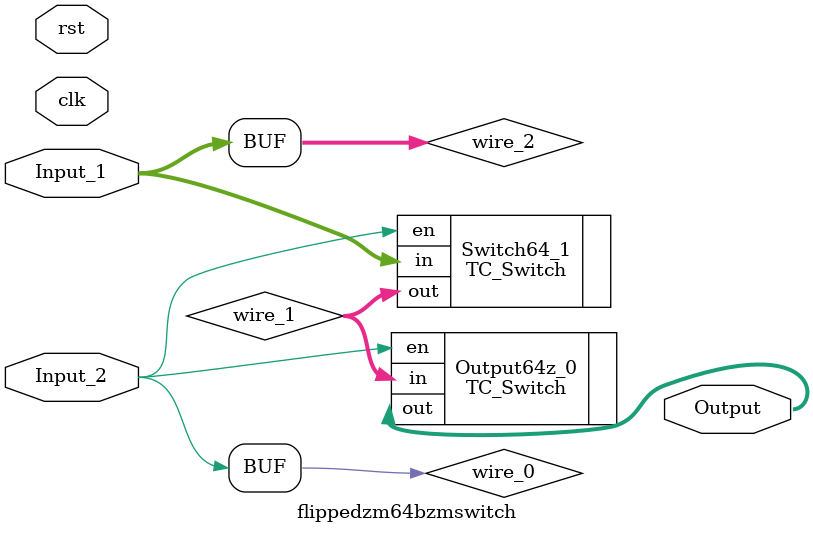
<source format=v>
module flippedzm64bzmswitch (clk, rst, Input_1, Input_2, Output);
  parameter UUID = 0;
  parameter NAME = "";
  input wire clk;
  input wire rst;

  input  wire [63:0] Input_1;
  input  wire [0:0] Input_2;
  output  wire [63:0] Output;

  TC_Switch # (.UUID(64'd2753496366035784750 ^ UUID), .BIT_WIDTH(64'd64)) Output64z_0 (.en(wire_0), .in(wire_1), .out(Output));
  TC_Switch # (.UUID(64'd1636605595200992945 ^ UUID), .BIT_WIDTH(64'd64)) Switch64_1 (.en(wire_0), .in(wire_2), .out(wire_1));

  wire [0:0] wire_0;
  assign wire_0 = Input_2;
  wire [63:0] wire_1;
  wire [63:0] wire_2;
  assign wire_2 = Input_1;

endmodule

</source>
